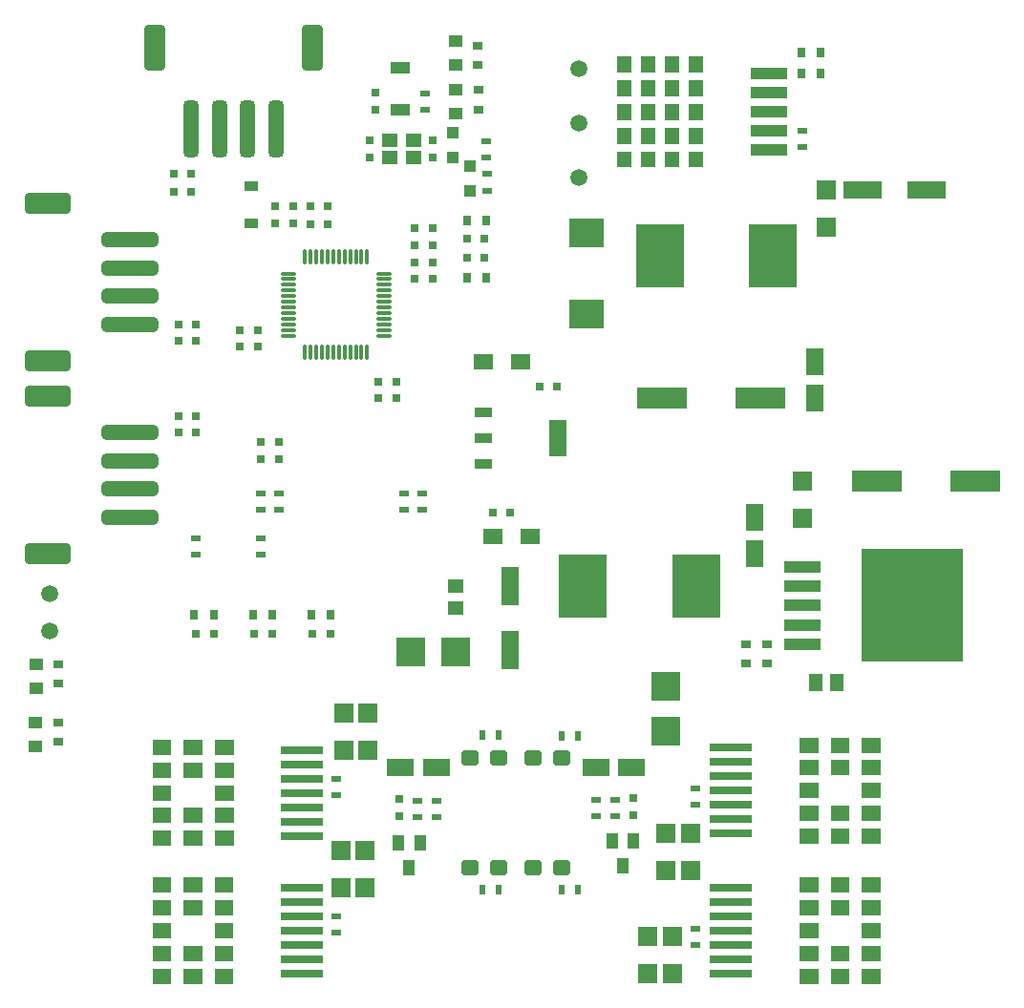
<source format=gtp>
G04*
G04 #@! TF.GenerationSoftware,Altium Limited,Altium Designer,21.3.2 (30)*
G04*
G04 Layer_Color=8421504*
%FSTAX25Y25*%
%MOIN*%
G70*
G04*
G04 #@! TF.SameCoordinates,F2247190-6049-447B-BCC3-174C6299C890*
G04*
G04*
G04 #@! TF.FilePolarity,Positive*
G04*
G01*
G75*
%ADD21R,0.15000X0.03150*%
%ADD22R,0.17323X0.07480*%
%ADD23R,0.35827X0.39764*%
%ADD24R,0.12795X0.04331*%
%ADD25R,0.06299X0.13780*%
%ADD26R,0.16535X0.22047*%
%ADD27R,0.06496X0.12992*%
%ADD28R,0.06496X0.03740*%
%ADD29R,0.03150X0.03150*%
%ADD30R,0.07150X0.05350*%
%ADD31R,0.05512X0.04724*%
%ADD32R,0.09843X0.09843*%
%ADD33R,0.03543X0.02165*%
G04:AMPARAMS|DCode=34|XSize=51.18mil|YSize=196.85mil|CornerRadius=12.8mil|HoleSize=0mil|Usage=FLASHONLY|Rotation=90.000|XOffset=0mil|YOffset=0mil|HoleType=Round|Shape=RoundedRectangle|*
%AMROUNDEDRECTD34*
21,1,0.05118,0.17126,0,0,90.0*
21,1,0.02559,0.19685,0,0,90.0*
1,1,0.02559,0.08563,0.01280*
1,1,0.02559,0.08563,-0.01280*
1,1,0.02559,-0.08563,-0.01280*
1,1,0.02559,-0.08563,0.01280*
%
%ADD34ROUNDEDRECTD34*%
G04:AMPARAMS|DCode=35|XSize=70.87mil|YSize=157.48mil|CornerRadius=8.86mil|HoleSize=0mil|Usage=FLASHONLY|Rotation=90.000|XOffset=0mil|YOffset=0mil|HoleType=Round|Shape=RoundedRectangle|*
%AMROUNDEDRECTD35*
21,1,0.07087,0.13976,0,0,90.0*
21,1,0.05315,0.15748,0,0,90.0*
1,1,0.01772,0.06988,0.02657*
1,1,0.01772,0.06988,-0.02657*
1,1,0.01772,-0.06988,-0.02657*
1,1,0.01772,-0.06988,0.02657*
%
%ADD35ROUNDEDRECTD35*%
%ADD36R,0.03150X0.03150*%
%ADD37R,0.06693X0.06693*%
%ADD38R,0.03937X0.05512*%
%ADD39R,0.02165X0.03543*%
G04:AMPARAMS|DCode=40|XSize=55.51mil|YSize=57.87mil|CornerRadius=6.94mil|HoleSize=0mil|Usage=FLASHONLY|Rotation=270.000|XOffset=0mil|YOffset=0mil|HoleType=Round|Shape=RoundedRectangle|*
%AMROUNDEDRECTD40*
21,1,0.05551,0.04400,0,0,270.0*
21,1,0.04163,0.05787,0,0,270.0*
1,1,0.01388,-0.02200,-0.02082*
1,1,0.01388,-0.02200,0.02082*
1,1,0.01388,0.02200,0.02082*
1,1,0.01388,0.02200,-0.02082*
%
%ADD40ROUNDEDRECTD40*%
%ADD41R,0.09252X0.06102*%
%ADD42R,0.03150X0.03347*%
%ADD43O,0.01181X0.05709*%
%ADD44O,0.05709X0.01181*%
%ADD45R,0.04500X0.03583*%
G04:AMPARAMS|DCode=46|XSize=70.87mil|YSize=157.48mil|CornerRadius=8.86mil|HoleSize=0mil|Usage=FLASHONLY|Rotation=0.000|XOffset=0mil|YOffset=0mil|HoleType=Round|Shape=RoundedRectangle|*
%AMROUNDEDRECTD46*
21,1,0.07087,0.13976,0,0,0.0*
21,1,0.05315,0.15748,0,0,0.0*
1,1,0.01772,0.02657,-0.06988*
1,1,0.01772,-0.02657,-0.06988*
1,1,0.01772,-0.02657,0.06988*
1,1,0.01772,0.02657,0.06988*
%
%ADD46ROUNDEDRECTD46*%
G04:AMPARAMS|DCode=47|XSize=51.18mil|YSize=196.85mil|CornerRadius=12.8mil|HoleSize=0mil|Usage=FLASHONLY|Rotation=0.000|XOffset=0mil|YOffset=0mil|HoleType=Round|Shape=RoundedRectangle|*
%AMROUNDEDRECTD47*
21,1,0.05118,0.17126,0,0,0.0*
21,1,0.02559,0.19685,0,0,0.0*
1,1,0.02559,0.01280,-0.08563*
1,1,0.02559,-0.01280,-0.08563*
1,1,0.02559,-0.01280,0.08563*
1,1,0.02559,0.01280,0.08563*
%
%ADD47ROUNDEDRECTD47*%
%ADD48R,0.03937X0.03937*%
%ADD49R,0.03347X0.03150*%
%ADD50R,0.04724X0.04331*%
%ADD51R,0.06693X0.03937*%
G04:AMPARAMS|DCode=52|XSize=55.12mil|YSize=47.24mil|CornerRadius=3.54mil|HoleSize=0mil|Usage=FLASHONLY|Rotation=0.000|XOffset=0mil|YOffset=0mil|HoleType=Round|Shape=RoundedRectangle|*
%AMROUNDEDRECTD52*
21,1,0.05512,0.04016,0,0,0.0*
21,1,0.04803,0.04724,0,0,0.0*
1,1,0.00709,0.02402,-0.02008*
1,1,0.00709,-0.02402,-0.02008*
1,1,0.00709,-0.02402,0.02008*
1,1,0.00709,0.02402,0.02008*
%
%ADD52ROUNDEDRECTD52*%
%ADD53C,0.05906*%
%ADD54R,0.06102X0.09252*%
%ADD55R,0.12638X0.04134*%
%ADD56R,0.04724X0.05906*%
%ADD57R,0.12402X0.09843*%
%ADD58R,0.13780X0.06299*%
%ADD59R,0.09843X0.09843*%
G36*
X0725087Y0768217D02*
X0720126D01*
Y0773807D01*
X0725087D01*
Y0768217D01*
D02*
G37*
G36*
X071674D02*
X0711779D01*
Y0773807D01*
X071674D01*
Y0768217D01*
D02*
G37*
G36*
X0708394D02*
X0703433D01*
Y0773807D01*
X0708394D01*
Y0768217D01*
D02*
G37*
G36*
X0700047D02*
X0695087D01*
Y0773807D01*
X0700047D01*
Y0768217D01*
D02*
G37*
G36*
X0725087Y075991D02*
X0720126D01*
Y07655D01*
X0725087D01*
Y075991D01*
D02*
G37*
G36*
X071674D02*
X0711779D01*
Y07655D01*
X071674D01*
Y075991D01*
D02*
G37*
G36*
X0708394D02*
X0703433D01*
Y07655D01*
X0708394D01*
Y075991D01*
D02*
G37*
G36*
X0700047D02*
X0695087D01*
Y07655D01*
X0700047D01*
Y075991D01*
D02*
G37*
G36*
X0725087Y0751603D02*
X0720126D01*
Y0757193D01*
X0725087D01*
Y0751603D01*
D02*
G37*
G36*
X071674D02*
X0711779D01*
Y0757193D01*
X071674D01*
Y0751603D01*
D02*
G37*
G36*
X0708394D02*
X0703433D01*
Y0757193D01*
X0708394D01*
Y0751603D01*
D02*
G37*
G36*
X0700047D02*
X0695087D01*
Y0757193D01*
X0700047D01*
Y0751603D01*
D02*
G37*
G36*
X0725087Y0743296D02*
X0720126D01*
Y0748886D01*
X0725087D01*
Y0743296D01*
D02*
G37*
G36*
X071674D02*
X0711779D01*
Y0748886D01*
X071674D01*
Y0743296D01*
D02*
G37*
G36*
X0708394D02*
X0703433D01*
Y0748886D01*
X0708394D01*
Y0743296D01*
D02*
G37*
G36*
X0700047D02*
X0695087D01*
Y0748886D01*
X0700047D01*
Y0743296D01*
D02*
G37*
G36*
X0725087Y0734989D02*
X0720126D01*
Y0740579D01*
X0725087D01*
Y0734989D01*
D02*
G37*
G36*
X071674D02*
X0711779D01*
Y0740579D01*
X071674D01*
Y0734989D01*
D02*
G37*
G36*
X0708394D02*
X0703433D01*
Y0740579D01*
X0708394D01*
Y0734989D01*
D02*
G37*
G36*
X0700047D02*
X0695087D01*
Y0740579D01*
X0700047D01*
Y0734989D01*
D02*
G37*
G36*
X0786872Y0530617D02*
X0780376D01*
Y0535931D01*
X0786872D01*
Y0530617D01*
D02*
G37*
G36*
X0776006D02*
X076951D01*
Y0535931D01*
X0776006D01*
Y0530617D01*
D02*
G37*
G36*
X076514D02*
X0758644D01*
Y0535931D01*
X076514D01*
Y0530617D01*
D02*
G37*
G36*
X0561156Y052988D02*
X055466D01*
Y0535194D01*
X0561156D01*
Y052988D01*
D02*
G37*
G36*
X055029D02*
X0543794D01*
Y0535194D01*
X055029D01*
Y052988D01*
D02*
G37*
G36*
X0539424D02*
X0532928D01*
Y0535194D01*
X0539424D01*
Y052988D01*
D02*
G37*
G36*
X0786872Y0522664D02*
X0780376D01*
Y0527979D01*
X0786872D01*
Y0522664D01*
D02*
G37*
G36*
X0776006D02*
X076951D01*
Y0527979D01*
X0776006D01*
Y0522664D01*
D02*
G37*
G36*
X076514D02*
X0758644D01*
Y0527979D01*
X076514D01*
Y0522664D01*
D02*
G37*
G36*
X0561156Y0521927D02*
X055466D01*
Y0527242D01*
X0561156D01*
Y0521927D01*
D02*
G37*
G36*
X055029D02*
X0543794D01*
Y0527242D01*
X055029D01*
Y0521927D01*
D02*
G37*
G36*
X0539424D02*
X0532928D01*
Y0527242D01*
X0539424D01*
Y0521927D01*
D02*
G37*
G36*
X0786872Y0514711D02*
X0780376D01*
Y0520026D01*
X0786872D01*
Y0514711D01*
D02*
G37*
G36*
X076514D02*
X0758644D01*
Y0520026D01*
X076514D01*
Y0514711D01*
D02*
G37*
G36*
X0561156Y0513974D02*
X055466D01*
Y0519289D01*
X0561156D01*
Y0513974D01*
D02*
G37*
G36*
X0539424D02*
X0532928D01*
Y0519289D01*
X0539424D01*
Y0513974D01*
D02*
G37*
G36*
X0786872Y0506758D02*
X0780376D01*
Y0512073D01*
X0786872D01*
Y0506758D01*
D02*
G37*
G36*
X0776006D02*
X076951D01*
Y0512073D01*
X0776006D01*
Y0506758D01*
D02*
G37*
G36*
X076514D02*
X0758644D01*
Y0512073D01*
X076514D01*
Y0506758D01*
D02*
G37*
G36*
X0561156Y0506021D02*
X055466D01*
Y0511336D01*
X0561156D01*
Y0506021D01*
D02*
G37*
G36*
X055029D02*
X0543794D01*
Y0511336D01*
X055029D01*
Y0506021D01*
D02*
G37*
G36*
X0539424D02*
X0532928D01*
Y0511336D01*
X0539424D01*
Y0506021D01*
D02*
G37*
G36*
X0786872Y0498806D02*
X0780376D01*
Y050412D01*
X0786872D01*
Y0498806D01*
D02*
G37*
G36*
X0776006D02*
X076951D01*
Y050412D01*
X0776006D01*
Y0498806D01*
D02*
G37*
G36*
X076514D02*
X0758644D01*
Y050412D01*
X076514D01*
Y0498806D01*
D02*
G37*
G36*
X0561156Y0498069D02*
X055466D01*
Y0503383D01*
X0561156D01*
Y0498069D01*
D02*
G37*
G36*
X055029D02*
X0543794D01*
Y0503383D01*
X055029D01*
Y0498069D01*
D02*
G37*
G36*
X0539424D02*
X0532928D01*
Y0503383D01*
X0539424D01*
Y0498069D01*
D02*
G37*
G36*
X0786872Y0481671D02*
X0780376D01*
Y0486986D01*
X0786872D01*
Y0481671D01*
D02*
G37*
G36*
X0776006D02*
X076951D01*
Y0486986D01*
X0776006D01*
Y0481671D01*
D02*
G37*
G36*
X076514D02*
X0758644D01*
Y0486986D01*
X076514D01*
Y0481671D01*
D02*
G37*
G36*
X0561084D02*
X0554588D01*
Y0486986D01*
X0561084D01*
Y0481671D01*
D02*
G37*
G36*
X0550218D02*
X0543722D01*
Y0486986D01*
X0550218D01*
Y0481671D01*
D02*
G37*
G36*
X0539352D02*
X0532856D01*
Y0486986D01*
X0539352D01*
Y0481671D01*
D02*
G37*
G36*
X0786872Y0473718D02*
X0780376D01*
Y0479033D01*
X0786872D01*
Y0473718D01*
D02*
G37*
G36*
X0776006D02*
X076951D01*
Y0479033D01*
X0776006D01*
Y0473718D01*
D02*
G37*
G36*
X076514D02*
X0758644D01*
Y0479033D01*
X076514D01*
Y0473718D01*
D02*
G37*
G36*
X0561084D02*
X0554588D01*
Y0479033D01*
X0561084D01*
Y0473718D01*
D02*
G37*
G36*
X0550218D02*
X0543722D01*
Y0479033D01*
X0550218D01*
Y0473718D01*
D02*
G37*
G36*
X0539352D02*
X0532856D01*
Y0479033D01*
X0539352D01*
Y0473718D01*
D02*
G37*
G36*
X0786872Y0465765D02*
X0780376D01*
Y047108D01*
X0786872D01*
Y0465765D01*
D02*
G37*
G36*
X076514D02*
X0758644D01*
Y047108D01*
X076514D01*
Y0465765D01*
D02*
G37*
G36*
X0561084D02*
X0554588D01*
Y047108D01*
X0561084D01*
Y0465765D01*
D02*
G37*
G36*
X0539352D02*
X0532856D01*
Y047108D01*
X0539352D01*
Y0465765D01*
D02*
G37*
G36*
X0786872Y0457813D02*
X0780376D01*
Y0463128D01*
X0786872D01*
Y0457813D01*
D02*
G37*
G36*
X0776006D02*
X076951D01*
Y0463128D01*
X0776006D01*
Y0457813D01*
D02*
G37*
G36*
X076514D02*
X0758644D01*
Y0463128D01*
X076514D01*
Y0457813D01*
D02*
G37*
G36*
X0561084D02*
X0554588D01*
Y0463128D01*
X0561084D01*
Y0457813D01*
D02*
G37*
G36*
X0550218D02*
X0543722D01*
Y0463128D01*
X0550218D01*
Y0457813D01*
D02*
G37*
G36*
X0539352D02*
X0532856D01*
Y0463128D01*
X0539352D01*
Y0457813D01*
D02*
G37*
G36*
X0786872Y044986D02*
X0780376D01*
Y0455175D01*
X0786872D01*
Y044986D01*
D02*
G37*
G36*
X0776006D02*
X076951D01*
Y0455175D01*
X0776006D01*
Y044986D01*
D02*
G37*
G36*
X076514D02*
X0758644D01*
Y0455175D01*
X076514D01*
Y044986D01*
D02*
G37*
G36*
X0561084D02*
X0554588D01*
Y0455175D01*
X0561084D01*
Y044986D01*
D02*
G37*
G36*
X0550218D02*
X0543722D01*
Y0455175D01*
X0550218D01*
Y044986D01*
D02*
G37*
G36*
X0539352D02*
X0532856D01*
Y0455175D01*
X0539352D01*
Y044986D01*
D02*
G37*
D21*
X0585002Y0468423D02*
D03*
Y0463423D02*
D03*
Y0458423D02*
D03*
Y0453423D02*
D03*
Y0473423D02*
D03*
Y0478423D02*
D03*
Y0483423D02*
D03*
X0734727Y0468423D02*
D03*
Y0473423D02*
D03*
Y0478423D02*
D03*
Y0483423D02*
D03*
Y0463423D02*
D03*
Y0458423D02*
D03*
Y0453423D02*
D03*
Y0517369D02*
D03*
Y0522368D02*
D03*
Y0527368D02*
D03*
Y0532369D02*
D03*
Y0512368D02*
D03*
Y0507369D02*
D03*
Y0502368D02*
D03*
X0585073Y0516632D02*
D03*
Y0511631D02*
D03*
Y0506632D02*
D03*
Y0501631D02*
D03*
Y0521631D02*
D03*
Y0526631D02*
D03*
Y0531632D02*
D03*
D22*
X0744826Y06546D02*
D03*
X0710574D02*
D03*
X0819851Y06255D02*
D03*
X0785599D02*
D03*
D23*
X0797886Y0581976D02*
D03*
D24*
X0759697Y056859D02*
D03*
Y0575283D02*
D03*
Y0581976D02*
D03*
Y0588669D02*
D03*
Y0595362D02*
D03*
D25*
X0657799Y0566622D02*
D03*
Y0588669D02*
D03*
D26*
X068313D02*
D03*
X07225D02*
D03*
X0749457Y0704D02*
D03*
X0710087D02*
D03*
D27*
X0674148Y064045D02*
D03*
D28*
X064836Y0631395D02*
D03*
Y064045D02*
D03*
Y0649505D02*
D03*
D29*
X0667929Y0658543D02*
D03*
X0673835D02*
D03*
X0588749Y0572256D02*
D03*
X0595048D02*
D03*
X0574565D02*
D03*
X0568266D02*
D03*
X055415D02*
D03*
X0547851D02*
D03*
X0588063Y0715053D02*
D03*
X0593968D02*
D03*
X0588063Y0721369D02*
D03*
X0593968D02*
D03*
X0540467Y0726483D02*
D03*
X0546372D02*
D03*
X0540467Y07328D02*
D03*
X0546372D02*
D03*
X0648787Y071024D02*
D03*
X0642488D02*
D03*
X0648787Y07036D02*
D03*
X0642488D02*
D03*
X0657502Y0614321D02*
D03*
X0651596D02*
D03*
D30*
X0661274Y0667D02*
D03*
X0648374D02*
D03*
X0651649Y0606183D02*
D03*
X0664549D02*
D03*
D31*
X0638773Y0588669D02*
D03*
Y0581189D02*
D03*
D32*
X0622839Y0565651D02*
D03*
X0638587D02*
D03*
D33*
X0597106Y0467714D02*
D03*
Y0473423D02*
D03*
X0620634Y0621109D02*
D03*
Y06154D02*
D03*
X0576826Y0621109D02*
D03*
Y06154D02*
D03*
X057051D02*
D03*
Y0621109D02*
D03*
Y06054D02*
D03*
Y0599691D02*
D03*
X06271Y0621054D02*
D03*
Y0615346D02*
D03*
X0694209Y0508592D02*
D03*
Y05143D02*
D03*
X068751Y0508592D02*
D03*
Y05143D02*
D03*
X0631999Y0508115D02*
D03*
Y0513824D02*
D03*
X0625379Y0508115D02*
D03*
Y0513824D02*
D03*
X0597106Y0521631D02*
D03*
Y0515923D02*
D03*
X0547854Y06054D02*
D03*
Y0599691D02*
D03*
X06496Y0726946D02*
D03*
Y0732654D02*
D03*
X06494Y0744154D02*
D03*
Y0738446D02*
D03*
X0628009Y0755195D02*
D03*
Y0760903D02*
D03*
X075961Y0747705D02*
D03*
Y0741996D02*
D03*
X0722387Y0518077D02*
D03*
Y0512368D02*
D03*
Y0463423D02*
D03*
Y0469132D02*
D03*
D34*
X0525Y0612874D02*
D03*
Y0622717D02*
D03*
Y0632559D02*
D03*
Y0642402D02*
D03*
Y0680236D02*
D03*
Y0690079D02*
D03*
Y0699921D02*
D03*
Y0709764D02*
D03*
D35*
X0496457Y0600276D02*
D03*
Y0655D02*
D03*
Y0667638D02*
D03*
Y0722362D02*
D03*
D36*
X06179Y065438D02*
D03*
Y0660285D02*
D03*
X06117Y065438D02*
D03*
Y0660285D02*
D03*
X0700707Y0508886D02*
D03*
Y0514791D02*
D03*
X0618894Y0514344D02*
D03*
Y0508438D02*
D03*
X0547854Y0648307D02*
D03*
Y0642402D02*
D03*
X0541846Y0648307D02*
D03*
Y0642402D02*
D03*
X05698Y0678276D02*
D03*
Y067237D02*
D03*
X0563394Y0678276D02*
D03*
Y067237D02*
D03*
X0541846Y0674331D02*
D03*
Y0680236D02*
D03*
X0547854D02*
D03*
Y0674331D02*
D03*
X05758Y0715426D02*
D03*
Y0721332D02*
D03*
X0582039Y0715418D02*
D03*
Y0721324D02*
D03*
X0610677Y0755195D02*
D03*
Y07611D02*
D03*
X06087Y0744406D02*
D03*
Y07385D02*
D03*
X06308Y0744406D02*
D03*
Y07385D02*
D03*
X06306Y0707747D02*
D03*
Y0713653D02*
D03*
X06244D02*
D03*
Y0707747D02*
D03*
Y0701898D02*
D03*
Y0695992D02*
D03*
X06306D02*
D03*
Y0701898D02*
D03*
X057051Y0633095D02*
D03*
Y0639D02*
D03*
X0576826D02*
D03*
Y0633095D02*
D03*
D37*
X07205Y0489376D02*
D03*
Y0502368D02*
D03*
X0712Y0489376D02*
D03*
Y0502368D02*
D03*
X0714266Y0466415D02*
D03*
Y0453423D02*
D03*
X07056Y0466415D02*
D03*
Y0453423D02*
D03*
X05985Y0496557D02*
D03*
Y0483565D02*
D03*
X06071D02*
D03*
Y0496557D02*
D03*
X05995Y0531632D02*
D03*
Y0544624D02*
D03*
X06081D02*
D03*
Y0531632D02*
D03*
X0759699Y0625496D02*
D03*
Y0612504D02*
D03*
X07681Y0714303D02*
D03*
Y0727295D02*
D03*
D38*
X0700707Y0499771D02*
D03*
X0693227D02*
D03*
X0696967Y049111D02*
D03*
X0622402Y0490401D02*
D03*
X0618662Y0499062D02*
D03*
X0626143D02*
D03*
D39*
X0675621Y0482961D02*
D03*
X0681329D02*
D03*
X0647996Y0482905D02*
D03*
X0653704D02*
D03*
X0681329Y05366D02*
D03*
X0675621D02*
D03*
X0647946Y0536656D02*
D03*
X0653654D02*
D03*
D40*
X0675621Y049064D02*
D03*
X0665621D02*
D03*
Y0528829D02*
D03*
X0675621D02*
D03*
X0653704Y0490636D02*
D03*
X0643704D02*
D03*
Y0528825D02*
D03*
X0653704D02*
D03*
D41*
X0631999Y05254D02*
D03*
X0619401D02*
D03*
X068751Y0525529D02*
D03*
X0700108D02*
D03*
D42*
X0588355Y0578956D02*
D03*
X0595048D02*
D03*
X0567872D02*
D03*
X0574565D02*
D03*
X055415D02*
D03*
X0547458D02*
D03*
X0649181Y0716539D02*
D03*
X0642488D02*
D03*
Y06965D02*
D03*
X0649181D02*
D03*
X0759419Y0767784D02*
D03*
X0766112D02*
D03*
X0759419Y0775D02*
D03*
X0766112D02*
D03*
D43*
X0607748Y0703768D02*
D03*
X060578D02*
D03*
X0603811D02*
D03*
X0601842D02*
D03*
X0599874D02*
D03*
X0597905D02*
D03*
X0595937D02*
D03*
X0593968D02*
D03*
X0592D02*
D03*
X0590031D02*
D03*
X0588063D02*
D03*
X0586095D02*
D03*
Y06705D02*
D03*
X0588063D02*
D03*
X0590031D02*
D03*
X0592D02*
D03*
X0593968D02*
D03*
X0595937D02*
D03*
X0597905D02*
D03*
X0599874D02*
D03*
X0601842D02*
D03*
X0603811D02*
D03*
X060578D02*
D03*
X0607748D02*
D03*
D44*
X0580287Y0697961D02*
D03*
Y0695992D02*
D03*
Y0694024D02*
D03*
Y0692055D02*
D03*
Y0690087D02*
D03*
Y0688118D02*
D03*
Y068615D02*
D03*
Y0684181D02*
D03*
Y0682213D02*
D03*
Y0680244D02*
D03*
Y0678276D02*
D03*
Y0676307D02*
D03*
X0613555D02*
D03*
Y0678276D02*
D03*
Y0680244D02*
D03*
Y0682213D02*
D03*
Y0684181D02*
D03*
Y068615D02*
D03*
Y0688118D02*
D03*
Y0690087D02*
D03*
Y0692055D02*
D03*
Y0694024D02*
D03*
Y0695992D02*
D03*
Y0697961D02*
D03*
D45*
X0567296Y0715426D02*
D03*
Y0728339D02*
D03*
D46*
X0588498Y0776879D02*
D03*
X0533774D02*
D03*
D47*
X05759Y0748336D02*
D03*
X0566057D02*
D03*
X0556215D02*
D03*
X0546372D02*
D03*
D48*
X0643634Y0735446D02*
D03*
Y0726946D02*
D03*
X06376Y07385D02*
D03*
Y0747D02*
D03*
D49*
X0646381Y0777426D02*
D03*
Y0770733D02*
D03*
X0499994Y0541153D02*
D03*
Y053446D02*
D03*
X0500094Y0561554D02*
D03*
Y0554861D02*
D03*
X06467Y0755307D02*
D03*
Y0762D02*
D03*
X0740037Y056859D02*
D03*
Y0561897D02*
D03*
X0747443Y056859D02*
D03*
Y0561897D02*
D03*
D50*
X0638634Y0770733D02*
D03*
Y0779001D02*
D03*
X0492094Y0532886D02*
D03*
Y0541153D02*
D03*
X0492194Y0553287D02*
D03*
Y0561554D02*
D03*
X0638634Y0762D02*
D03*
Y0753732D02*
D03*
D51*
X0619206Y0755195D02*
D03*
Y0769761D02*
D03*
D52*
X0615632Y0744406D02*
D03*
X06239D02*
D03*
Y07385D02*
D03*
X0615632D02*
D03*
D53*
X0497072Y0573055D02*
D03*
Y0586055D02*
D03*
X06817Y0731575D02*
D03*
Y0750575D02*
D03*
X06816Y0769576D02*
D03*
D54*
X074305Y0600201D02*
D03*
Y0612799D02*
D03*
X07639Y0667198D02*
D03*
Y06546D02*
D03*
D55*
X0748Y0741012D02*
D03*
Y0747705D02*
D03*
Y0754398D02*
D03*
Y0761091D02*
D03*
Y0767784D02*
D03*
D56*
X0764457Y0555D02*
D03*
X0771543D02*
D03*
D57*
X06844Y0683941D02*
D03*
Y0712288D02*
D03*
D58*
X0780779Y0727295D02*
D03*
X0802826D02*
D03*
D59*
X07119Y0553811D02*
D03*
Y0538063D02*
D03*
M02*

</source>
